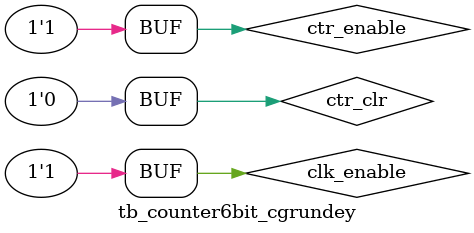
<source format=v>

`timescale 1ns/100ps

module tb_counter6bit_cgrundey();

	reg        clk_enable;
	reg        ctr_enable;
	reg        ctr_clr;
	wire       clk_out;
	wire [5:0] count1;
	wire [5:0] count2;

// Instantiate the clock generator with a period of 100 ns
	clk #(100) clk1(clk_enable, clk_out);

// Intantiate two versions of the counter. ctr1 uses the default values.
// ctr2 overrides the default values of the parameters with #(20,30) ns.
	counter6bit_cgrundey          ctr1(clk_out, ctr_clr, ctr_enable, count1);
	counter6bit_cgrundey #(20,30) ctr2(clk_out, ctr_clr, ctr_enable, count2);

// Sequence the ENABLE and CLR signals
	initial begin
		clk_enable = 1;
		ctr_enable = 0;
		ctr_clr = 0;
		#10  ctr_clr = 1;
		#40  ctr_clr = 0;
		#50  ctr_enable = 1;
		#500 ctr_enable = 0;
		#200 ctr_enable = 1;
		#500 ctr_clr = 1;
		#100 ctr_clr = 0;
   end

endmodule

</source>
